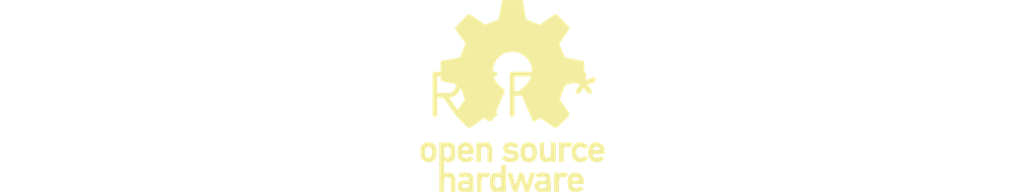
<source format=kicad_pcb>
(kicad_pcb (version 20240108) (generator pcbnew)
  (layers (0 "F.Cu" signal) (31 "B.Cu" signal) (34 "B.Paste" user) (35 "F.Paste" user) (36 "B.SilkS" user "B.Silkscreen") (37 "F.SilkS" user "F.Silkscreen") (38 "B.Mask" user) (39 "F.Mask" user) (44 "Edge.Cuts" user))
  (net 0 "")
  (footprint "OSHW-Logo_5.7x6mm_SilkScreen" (layer "F.Cu") (at 0 0)
    (property "Reference" "REF**")
    (property "Value" "OSHW-Logo_5.7x6mm_SilkScreen")
    (fp_poly (pts (xy 1.79946 1.45803) (xy 1.842711 1.471245) (xy 1.870558 1.487941) (xy 1.879629 1.501145) (xy 1.877132 1.516797) (xy 1.860931 1.541385) (xy 1.847232 1.5588) (xy 1.818992 1.590283) (xy 1.797775 1.603529) (xy 1.779688 1.602664) (xy 1.726035 1.58901) (xy 1.68663 1.58963) (xy 1.654632 1.605104) (xy 1.64389 1.614161) (xy 1.609505 1.646027) (xy 1.609505 2.062179) (xy 1.471188 2.062179) (xy 1.471188 1.458614) (xy 1.540347 1.458614) (xy 1.581869 1.460256) (xy 1.603291 1.466087) (xy 1.609502 1.477461) (xy 1.609505 1.477798) (xy 1.612439 1.489713) (xy 1.625704 1.488159) (xy 1.644084 1.479563) (xy 1.682046 1.463568) (xy 1.712872 1.453945) (xy 1.752536 1.451478) (xy 1.79946 1.45803)) (layer "F.SilkS") (stroke (width 0.01)) (fill solid))
    (fp_poly (pts (xy 1.635255 2.401486) (xy 1.683595 2.411015) (xy 1.711114 2.425125) (xy 1.740064 2.448568) (xy 1.698876 2.500571) (xy 1.673482 2.532064) (xy 1.656238 2.547428) (xy 1.639102 2.549776) (xy 1.614027 2.542217) (xy 1.602257 2.537941) (xy 1.55427 2.531631) (xy 1.510324 2.545156) (xy 1.47806 2.57571) (xy 1.472819 2.585452) (xy 1.467112 2.611258) (xy 1.462706 2.658817) (xy 1.459811 2.724758) (xy 1.458631 2.80571) (xy 1.458614 2.817226) (xy 1.458614 3.017822) (xy 1.320297 3.017822) (xy 1.320297 2.401683) (xy 1.389456 2.401683) (xy 1.429333 2.402725) (xy 1.450107 2.407358) (xy 1.457789 2.417849) (xy 1.458614 2.427745) (xy 1.458614 2.453806) (xy 1.491745 2.427745) (xy 1.529735 2.409965) (xy 1.58077 2.401174) (xy 1.635255 2.401486)) (layer "F.SilkS") (stroke (width 0.01)) (fill solid))
    (fp_poly (pts (xy -0.993356 2.40302) (xy -0.974539 2.40866) (xy -0.968473 2.421053) (xy -0.968218 2.426647) (xy -0.967129 2.44223) (xy -0.959632 2.444676) (xy -0.939381 2.433993) (xy -0.927351 2.426694) (xy -0.8894 2.411063) (xy -0.844072 2.403334) (xy -0.796544 2.40274) (xy -0.751995 2.408513) (xy -0.715602 2.419884) (xy -0.692543 2.436088) (xy -0.687996 2.456355) (xy -0.690291 2.461843) (xy -0.70702 2.484626) (xy -0.732963 2.512647) (xy -0.737655 2.517177) (xy -0.762383 2.538005) (xy -0.783718 2.544735) (xy -0.813555 2.540038) (xy -0.825508 2.536917) (xy -0.862705 2.529421) (xy -0.888859 2.532792) (xy -0.910946 2.544681) (xy -0.931178 2.560635) (xy -0.946079 2.5807) (xy -0.956434 2.608702) (xy -0.963029 2.648467) (xy -0.966649 2.703823) (xy -0.968078 2.778594) (xy -0.968218 2.82374) (xy -0.968218 3.017822) (xy -1.09396 3.017822) (xy -1.09396 2.401683) (xy -1.031089 2.401683) (xy -0.993356 2.40302)) (layer "F.SilkS") (stroke (width 0.01)) (fill solid))
    (fp_poly (pts (xy 0.993367 1.654342) (xy 0.994555 1.746563) (xy 0.998897 1.81661) (xy 1.007558 1.867381) (xy 1.021704 1.901772) (xy 1.0425 1.922679) (xy 1.07111 1.933) (xy 1.106535 1.935636) (xy 1.143636 1.932682) (xy 1.171818 1.921889) (xy 1.192243 1.90036) (xy 1.206079 1.865199) (xy 1.214491 1.81351) (xy 1.218643 1.742394) (xy 1.219703 1.654342) (xy 1.219703 1.458614) (xy 1.35802 1.458614) (xy 1.35802 2.062179) (xy 1.288862 2.062179) (xy 1.24717 2.060489) (xy 1.225701 2.054556) (xy 1.219703 2.043293) (xy 1.216091 2.033261) (xy 1.201714 2.035383) (xy 1.172736 2.04958) (xy 1.106319 2.07148) (xy 1.035875 2.069928) (xy 0.968377 2.046147) (xy 0.936233 2.027362) (xy 0.911715 2.007022) (xy 0.893804 1.981573) (xy 0.881479 1.947458) (xy 0.873723 1.901121) (xy 0.869516 1.839007) (xy 0.86784 1.757561) (xy 0.867624 1.694578) (xy 0.867624 1.458614) (xy 0.993367 1.458614) (xy 0.993367 1.654342)) (layer "F.SilkS") (stroke (width 0.01)) (fill solid))
    (fp_poly (pts (xy -0.754012 1.469002) (xy -0.722717 1.48395) (xy -0.692409 1.505541) (xy -0.669318 1.530391) (xy -0.6525 1.562087) (xy -0.641006 1.604214) (xy -0.633891 1.660358) (xy -0.630207 1.734106) (xy -0.629008 1.829044) (xy -0.628989 1.838985) (xy -0.628713 2.062179) (xy -0.76703 2.062179) (xy -0.76703 1.856418) (xy -0.767128 1.780189) (xy -0.767809 1.724939) (xy -0.769651 1.686501) (xy -0.773233 1.660706) (xy -0.779132 1.643384) (xy -0.787927 1.630368) (xy -0.80018 1.617507) (xy -0.843047 1.589873) (xy -0.889843 1.584745) (xy -0.934424 1.602217) (xy -0.949928 1.615221) (xy -0.96131 1.627447) (xy -0.969481 1.64054) (xy -0.974974 1.658615) (xy -0.97832 1.685787) (xy -0.980051 1.72617) (xy -0.980697 1.783879) (xy -0.980792 1.854132) (xy -0.980792 2.062179) (xy -1.119109 2.062179) (xy -1.119109 1.458614) (xy -1.04995 1.458614) (xy -1.008428 1.460256) (xy -0.987006 1.466087) (xy -0.980795 1.477461) (xy -0.980792 1.477798) (xy -0.97791 1.488938) (xy -0.965199 1.487674) (xy -0.939926 1.475434) (xy -0.882605 1.457424) (xy -0.817037 1.455421) (xy -0.754012 1.469002)) (layer "F.SilkS") (stroke (width 0.01)) (fill solid))
    (fp_poly (pts (xy 2.217226 1.46388) (xy 2.29008 1.49483) (xy 2.313027 1.509895) (xy 2.342354 1.533048) (xy 2.360764 1.551253) (xy 2.363961 1.557183) (xy 2.354935 1.57034) (xy 2.331837 1.592667) (xy 2.313344 1.60825) (xy 2.262728 1.648926) (xy 2.22276 1.615295) (xy 2.191874 1.593584) (xy 2.161759 1.58609) (xy 2.127292 1.58792) (xy 2.072561 1.601528) (xy 2.034886 1.629772) (xy 2.011991 1.675433) (xy 2.001597 1.741289) (xy 2.001595 1.741331) (xy 2.002494 1.814939) (xy 2.016463 1.868946) (xy 2.044328 1.905716) (xy 2.063325 1.918168) (xy 2.113776 1.933673) (xy 2.167663 1.933683) (xy 2.214546 1.918638) (xy 2.225644 1.911287) (xy 2.253476 1.892511) (xy 2.275236 1.889434) (xy 2.298704 1.903409) (xy 2.324649 1.92851) (xy 2.365716 1.97088) (xy 2.320121 2.008464) (xy 2.249674 2.050882) (xy 2.170233 2.071785) (xy 2.087215 2.070272) (xy 2.032694 2.056411) (xy 1.96897 2.022135) (xy 1.918005 1.968212) (xy 1.894851 1.930149) (xy 1.876099 1.875536) (xy 1.866715 1.806369) (xy 1.866643 1.731407) (xy 1.875824 1.659409) (xy 1.894199 1.599137) (xy 1.897093 1.592958) (xy 1.939952 1.532351) (xy 1.997979 1.488224) (xy 2.066591 1.461493) (xy 2.141201 1.453073) (xy 2.217226 1.46388)) (layer "F.SilkS") (stroke (width 0.01)) (fill solid))
    (fp_poly (pts (xy 0.610762 1.466055) (xy 0.674363 1.500692) (xy 0.724123 1.555372) (xy 0.747568 1.599842) (xy 0.757634 1.639121) (xy 0.764156 1.695116) (xy 0.766951 1.759621) (xy 0.765836 1.824429) (xy 0.760626 1.881334) (xy 0.754541 1.911727) (xy 0.734014 1.953306) (xy 0.698463 1.997468) (xy 0.655619 2.036087) (xy 0.613211 2.061034) (xy 0.612177 2.06143) (xy 0.559553 2.072331) (xy 0.497188 2.072601) (xy 0.437924 2.062676) (xy 0.41504 2.054722) (xy 0.356102 2.0213) (xy 0.31389 1.977511) (xy 0.286156 1.919538) (xy 0.270651 1.843565) (xy 0.267143 1.803771) (xy 0.26759 1.753766) (xy 0.402376 1.753766) (xy 0.406917 1.826732) (xy 0.419986 1.882334) (xy 0.440756 1.917861) (xy 0.455552 1.92802) (xy 0.493464 1.935104) (xy 0.538527 1.933007) (xy 0.577487 1.922812) (xy 0.587704 1.917204) (xy 0.614659 1.884538) (xy 0.632451 1.834545) (xy 0.640024 1.773705) (xy 0.636325 1.708497) (xy 0.628057 1.669253) (xy 0.60432 1.623805) (xy 0.566849 1.595396) (xy 0.52172 1.585573) (xy 0.475011 1.595887) (xy 0.439132 1.621112) (xy 0.420277 1.641925) (xy 0.409272 1.662439) (xy 0.404026 1.690203) (xy 0.402449 1.732762) (xy 0.402376 1.753766) (xy 0.26759 1.753766) (xy 0.268094 1.69758) (xy 0.285388 1.610501) (xy 0.319029 1.54253) (xy 0.369018 1.493664) (xy 0.435356 1.463899) (xy 0.449601 1.460448) (xy 0.53521 1.452345) (xy 0.610762 1.466055)) (layer "F.SilkS") (stroke (width 0.01)) (fill solid))
    (fp_poly (pts (xy 0.281524 2.404237) (xy 0.331255 2.407971) (xy 0.461291 2.797773) (xy 0.481678 2.728614) (xy 0.493946 2.685874) (xy 0.510085 2.628115) (xy 0.527512 2.564625) (xy 0.536726 2.53057) (xy 0.571388 2.401683) (xy 0.714391 2.401683) (xy 0.671646 2.536857) (xy 0.650596 2.603342) (xy 0.625167 2.683539) (xy 0.59861 2.767193) (xy 0.574902 2.841782) (xy 0.520902 3.011535) (xy 0.462598 3.015328) (xy 0.404295 3.019122) (xy 0.372679 2.914734) (xy 0.353182 2.849889) (xy 0.331904 2.7784) (xy 0.313308 2.715263) (xy 0.312574 2.71275) (xy 0.298684 2.669969) (xy 0.286429 2.640779) (xy 0.277846 2.629741) (xy 0.276082 2.631018) (xy 0.269891 2.64813) (xy 0.258128 2.684787) (xy 0.242225 2.736378) (xy 0.223614 2.798294) (xy 0.213543 2.832352) (xy 0.159007 3.017822) (xy 0.043264 3.017822) (xy -0.049263 2.725471) (xy -0.075256 2.643462) (xy -0.098934 2.568987) (xy -0.11918 2.505544) (xy -0.134874 2.456632) (xy -0.144898 2.425749) (xy -0.147945 2.416726) (xy -0.145533 2.407487) (xy -0.126592 2.403441) (xy -0.087177 2.403846) (xy -0.081007 2.404152) (xy -0.007914 2.407971) (xy 0.039957 2.58401) (xy 0.057553 2.648211) (xy 0.073277 2.704649) (xy 0.085746 2.748422) (xy 0.093574 2.77463) (xy 0.09502 2.778903) (xy 0.101014 2.77399) (xy 0.113101 2.748532) (xy 0.129893 2.705997) (xy 0.150003 2.64985) (xy 0.167003 2.59913) (xy 0.231794 2.400504) (xy 0.281524 2.404237)) (layer "F.SilkS") (stroke (width 0.01)) (fill solid))
    (fp_poly (pts (xy -2.538261 1.465148) (xy -2.472479 1.494231) (xy -2.42254 1.542793) (xy -2.388374 1.610908) (xy -2.369907 1.698651) (xy -2.368583 1.712351) (xy -2.367546 1.808939) (xy -2.380993 1.893602) (xy -2.408108 1.962221) (xy -2.422627 1.984294) (xy -2.473201 2.031011) (xy -2.537609 2.061268) (xy -2.609666 2.073824) (xy -2.683185 2.067439) (xy -2.739072 2.047772) (xy -2.787132 2.014629) (xy -2.826412 1.971175) (xy -2.827092 1.970158) (xy -2.843044 1.943338) (xy -2.85341 1.916368) (xy -2.859688 1.882332) (xy -2.863373 1.83431) (xy -2.864997 1.794931) (xy -2.865672 1.759219) (xy -2.739955 1.759219) (xy -2.738726 1.79477) (xy -2.734266 1.842094) (xy -2.726397 1.872465) (xy -2.712207 1.894072) (xy -2.698917 1.906694) (xy -2.651802 1.933122) (xy -2.602505 1.936653) (xy -2.556593 1.917639) (xy -2.533638 1.896331) (xy -2.517096 1.874859) (xy -2.507421 1.854313) (xy -2.503174 1.827574) (xy -2.50292 1.787523) (xy -2.504228 1.750638) (xy -2.507043 1.697947) (xy -2.511505 1.663772) (xy -2.519548 1.64148) (xy -2.533103 1.624442) (xy -2.543845 1.614703) (xy -2.588777 1.589123) (xy -2.637249 1.587847) (xy -2.677894 1.602999) (xy -2.712567 1.634642) (xy -2.733224 1.68662) (xy -2.739955 1.759219) (xy -2.865672 1.759219) (xy -2.866479 1.716621) (xy -2.863948 1.658056) (xy -2.856362 1.614007) (xy -2.842681 1.579248) (xy -2.821865 1.548551) (xy -2.814147 1.539436) (xy -2.765889 1.494021) (xy -2.714128 1.467493) (xy -2.650828 1.456379) (xy -2.619961 1.455471) (xy -2.538261 1.465148)) (layer "F.SilkS") (stroke (width 0.01)) (fill solid))
    (fp_poly (pts (xy -0.201188 3.017822) (xy -0.270346 3.017822) (xy -0.310488 3.016645) (xy -0.331394 3.011772) (xy -0.338922 3.001186) (xy -0.339505 2.994029) (xy -0.340774 2.979676) (xy -0.348779 2.976923) (xy -0.369815 2.985771) (xy -0.386173 2.994029) (xy -0.448977 3.013597) (xy -0.517248 3.014729) (xy -0.572752 3.000135) (xy -0.624438 2.964877) (xy -0.663838 2.912835) (xy -0.685413 2.85145) (xy -0.685962 2.848018) (xy -0.689167 2.810571) (xy -0.690761 2.756813) (xy -0.690633 2.716155) (xy -0.553279 2.716155) (xy -0.550097 2.770194) (xy -0.542859 2.814735) (xy -0.53306 2.839888) (xy -0.495989 2.87426) (xy -0.451974 2.886582) (xy -0.406584 2.876618) (xy -0.367797 2.846895) (xy -0.353108 2.826905) (xy -0.344519 2.80305) (xy -0.340496 2.76823) (xy -0.339505 2.71593) (xy -0.341278 2.664139) (xy -0.345963 2.618634) (xy -0.352603 2.588181) (xy -0.35371 2.585452) (xy -0.380491 2.553) (xy -0.419579 2.535183) (xy -0.463315 2.532306) (xy -0.504038 2.544674) (xy -0.534087 2.572593) (xy -0.537204 2.578148) (xy -0.546961 2.612022) (xy -0.552277 2.660728) (xy -0.553279 2.716155) (xy -0.690633 2.716155) (xy -0.690568 2.69554) (xy -0.689664 2.662563) (xy -0.683514 2.580981) (xy -0.670733 2.51973) (xy -0.649471 2.474449) (xy -0.617878 2.440779) (xy -0.587207 2.421014) (xy -0.544354 2.40712) (xy -0.491056 2.402354) (xy -0.43648 2.406236) (xy -0.389792 2.418282) (xy -0.365124 2.432693) (xy -0.339505 2.455878) (xy -0.339505 2.162773) (xy -0.201188 2.162773) (xy -0.201188 3.017822)) (layer "F.SilkS") (stroke (width 0.01)) (fill solid))
    (fp_poly (pts (xy 2.677898 1.456457) (xy 2.710096 1.464279) (xy 2.771825 1.492921) (xy 2.82461 1.536667) (xy 2.861141 1.589117) (xy 2.86616 1.600893) (xy 2.873045 1.63174) (xy 2.877864 1.677371) (xy 2.879505 1.723492) (xy 2.879505 1.810693) (xy 2.697178 1.810693) (xy 2.621979 1.810978) (xy 2.569003 1.812704) (xy 2.535325 1.817181) (xy 2.51802 1.82572) (xy 2.514163 1.83963) (xy 2.520829 1.860222) (xy 2.53277 1.884315) (xy 2.56608 1.924525) (xy 2.612368 1.944558) (xy 2.668944 1.943905) (xy 2.733031 1.922101) (xy 2.788417 1.895193) (xy 2.834375 1.931532) (xy 2.880333 1.967872) (xy 2.837096 2.007819) (xy 2.779374 2.045563) (xy 2.708386 2.06832) (xy 2.632029 2.074688) (xy 2.558199 2.063268) (xy 2.546287 2.059393) (xy 2.481399 2.025506) (xy 2.43313 1.974986) (xy 2.400465 1.906325) (xy 2.382385 1.818014) (xy 2.382175 1.816121) (xy 2.380556 1.719878) (xy 2.3871 1.685542) (xy 2.514852 1.685542) (xy 2.526584 1.690822) (xy 2.558438 1.694867) (xy 2.605397 1.697176) (xy 2.635154 1.697525) (xy 2.690648 1.697306) (xy 2.725346 1.695916) (xy 2.743601 1.692251) (xy 2.749766 1.68521) (xy 2.748195 1.67369) (xy 2.746878 1.669233) (xy 2.724382 1.627355) (xy 2.689003 1.593604) (xy 2.65778 1.578773) (xy 2.616301 1.579668) (xy 2.574269 1.598164) (xy 2.539012 1.628786) (xy 2.517854 1.666062) (xy 2.514852 1.685542) (xy 2.3871 1.685542) (xy 2.39669 1.635229) (xy 2.428698 1.564191) (xy 2.474701 1.508779) (xy 2.532821 1.471009) (xy 2.60118 1.452896) (xy 2.677898 1.456457)) (layer "F.SilkS") (stroke (width 0.01)) (fill solid))
    (fp_poly (pts (xy 0.014017 1.456452) (xy 0.061634 1.465482) (xy 0.111034 1.48437) (xy 0.116312 1.486777) (xy 0.153774 1.506476) (xy 0.179717 1.524781) (xy 0.188103 1.536508) (xy 0.180117 1.555632) (xy 0.16072 1.58385) (xy 0.15211 1.594384) (xy 0.116628 1.635847) (xy 0.070885 1.608858) (xy 0.02735 1.590878) (xy -0.02295 1.581267) (xy -0.071188 1.58066) (xy -0.108533 1.589691) (xy -0.117495 1.595327) (xy -0.134563 1.621171) (xy -0.136637 1.650941) (xy -0.123866 1.674197) (xy -0.116312 1.678708) (xy -0.093675 1.684309) (xy -0.053885 1.690892) (xy -0.004834 1.697183) (xy 0.004215 1.69817) (xy 0.082996 1.711798) (xy 0.140136 1.734946) (xy 0.17803 1.769752) (xy 0.199079 1.818354) (xy 0.205635 1.877718) (xy 0.196577 1.945198) (xy 0.167164 1.998188) (xy 0.117278 2.036783) (xy 0.0468 2.061081) (xy -0.031435 2.070667) (xy -0.095234 2.070552) (xy -0.146984 2.061845) (xy -0.182327 2.049825) (xy -0.226983 2.02888) (xy -0.268253 2.004574) (xy -0.282921 1.993876) (xy -0.320643 1.963084) (xy -0.275148 1.917049) (xy -0.229653 1.871013) (xy -0.177928 1.905243) (xy -0.126048 1.930952) (xy -0.070649 1.944399) (xy -0.017395 1.945818) (xy 0.028049 1.935443) (xy 0.060016 1.913507) (xy 0.070338 1.894998) (xy 0.068789 1.865314) (xy 0.04314 1.842615) (xy -0.00654 1.82694) (xy -0.060969 1.819695) (xy -0.144736 1.805873) (xy -0.206967 1.779796) (xy -0.248493 1.740699) (xy -0.270147 1.68782) (xy -0.273147 1.625126) (xy -0.258329 1.559642) (xy -0.224546 1.510144) (xy -0.171495 1.476408) (xy -0.098874 1.458207) (xy -0.045072 1.454639) (xy 0.014017 1.456452)) (layer "F.SilkS") (stroke (width 0.01)) (fill solid))
    (fp_poly (pts (xy 2.032581 2.40497) (xy 2.092685 2.420597) (xy 2.143021 2.452848) (xy 2.167393 2.47694) (xy 2.207345 2.533895) (xy 2.230242 2.599965) (xy 2.238108 2.681182) (xy 2.238148 2.687748) (xy 2.238218 2.753763) (xy 1.858264 2.753763) (xy 1.866363 2.788342) (xy 1.880987 2.819659) (xy 1.906581 2.852291) (xy 1.911935 2.8575) (xy 1.957943 2.885694) (xy 2.01041 2.890475) (xy 2.070803 2.871926) (xy 2.08104 2.866931) (xy 2.112439 2.851745) (xy 2.13347 2.843094) (xy 2.137139 2.842293) (xy 2.149948 2.850063) (xy 2.174378 2.869072) (xy 2.186779 2.87946) (xy 2.212476 2.903321) (xy 2.220915 2.919077) (xy 2.215058 2.933571) (xy 2.211928 2.937534) (xy 2.190725 2.954879) (xy 2.155738 2.975959) (xy 2.131337 2.988265) (xy 2.062072 3.009946) (xy 1.985388 3.016971) (xy 1.912765 3.008647) (xy 1.892426 3.002686) (xy 1.829476 2.968952) (xy 1.782815 2.917045) (xy 1.752173 2.846459) (xy 1.737282 2.756692) (xy 1.735647 2.709753) (xy 1.740421 2.641413) (xy 1.86099 2.641413) (xy 1.872652 2.646465) (xy 1.903998 2.650429) (xy 1.949571 2.652768) (xy 1.980446 2.653169) (xy 2.035981 2.652783) (xy 2.071033 2.650975) (xy 2.090262 2.646773) (xy 2.09833 2.639203) (xy 2.099901 2.628218) (xy 2.089121 2.594381) (xy 2.06198 2.56094) (xy 2.026277 2.535272) (xy 1.99056 2.524772) (xy 1.942048 2.534086) (xy 1.900053 2.561013) (xy 1.870936 2.599827) (xy 1.86099 2.641413) (xy 1.740421 2.641413) (xy 1.742599 2.610236) (xy 1.764055 2.530949) (xy 1.80047 2.471263) (xy 1.852297 2.430549) (xy 1.91999 2.408179) (xy 1.956662 2.403871) (xy 2.032581 2.40497)) (layer "F.SilkS") (stroke (width 0.01)) (fill solid))
    (fp_poly (pts (xy -1.356699 1.472614) (xy -1.344168 1.478514) (xy -1.300799 1.510283) (xy -1.25979 1.556646) (xy -1.229168 1.607696) (xy -1.220459 1.631166) (xy -1.212512 1.673091) (xy -1.207774 1.723757) (xy -1.207199 1.744679) (xy -1.207129 1.810693) (xy -1.587083 1.810693) (xy -1.578983 1.845273) (xy -1.559104 1.88617) (xy -1.524347 1.921514) (xy -1.482998 1.944282) (xy -1.456649 1.94901) (xy -1.420916 1.943273) (xy -1.378282 1.928882) (xy -1.363799 1.922262) (xy -1.31024 1.895513) (xy -1.264533 1.930376) (xy -1.238158 1.953955) (xy -1.224124 1.973417) (xy -1.223414 1.979129) (xy -1.235951 1.992973) (xy -1.263428 2.014012) (xy -1.288366 2.030425) (xy -1.355664 2.05993) (xy -1.43111 2.073284) (xy -1.505888 2.069812) (xy -1.565495 2.051663) (xy -1.626941 2.012784) (xy -1.670608 1.961595) (xy -1.697926 1.895367) (xy -1.710322 1.811371) (xy -1.711421 1.772936) (xy -1.707022 1.684861) (xy -1.706482 1.682299) (xy -1.580582 1.682299) (xy -1.577115 1.690558) (xy -1.562863 1.695113) (xy -1.53347 1.697065) (xy -1.484575 1.697517) (xy -1.465748 1.697525) (xy -1.408467 1.696843) (xy -1.372141 1.694364) (xy -1.352604 1.689443) (xy -1.34569 1.681434) (xy -1.345445 1.678862) (xy -1.353336 1.658423) (xy -1.373085 1.629789) (xy -1.381575 1.619763) (xy -1.413094 1.591408) (xy -1.445949 1.580259) (xy -1.463651 1.579327) (xy -1.511539 1.590981) (xy -1.551699 1.622285) (xy -1.577173 1.667752) (xy -1.577625 1.669233) (xy -1.580582 1.682299) (xy -1.706482 1.682299) (xy -1.692392 1.61551) (xy -1.666038 1.560025) (xy -1.633807 1.520639) (xy -1.574217 1.477931) (xy -1.504168 1.455109) (xy -1.429661 1.453046) (xy -1.356699 1.472614)) (layer "F.SilkS") (stroke (width 0.01)) (fill solid))
    (fp_poly (pts (xy 1.038411 2.405417) (xy 1.091411 2.41829) (xy 1.106731 2.42511) (xy 1.136428 2.442974) (xy 1.15922 2.463093) (xy 1.176083 2.488962) (xy 1.187998 2.524073) (xy 1.195942 2.57192) (xy 1.200894 2.635996) (xy 1.203831 2.719794) (xy 1.204947 2.775768) (xy 1.209052 3.017822) (xy 1.138932 3.017822) (xy 1.096393 3.016038) (xy 1.074476 3.009942) (xy 1.068812 2.999706) (xy 1.065821 2.988637) (xy 1.052451 2.990754) (xy 1.034233 2.999629) (xy 0.988624 3.013233) (xy 0.930007 3.016899) (xy 0.868354 3.010903) (xy 0.813638 2.995521) (xy 0.80873 2.993386) (xy 0.758723 2.958255) (xy 0.725756 2.909419) (xy 0.710587 2.852333) (xy 0.711746 2.831824) (xy 0.835508 2.831824) (xy 0.846413 2.859425) (xy 0.878745 2.879204) (xy 0.93091 2.889819) (xy 0.958787 2.891228) (xy 1.005247 2.88762) (xy 1.036129 2.873597) (xy 1.043664 2.866931) (xy 1.064076 2.830666) (xy 1.068812 2.797773) (xy 1.068812 2.753763) (xy 1.007513 2.753763) (xy 0.936256 2.757395) (xy 0.886276 2.768818) (xy 0.854696 2.788824) (xy 0.847626 2.797743) (xy 0.835508 2.831824) (xy 0.711746 2.831824) (xy 0.713971 2.792456) (xy 0.736663 2.735244) (xy 0.767624 2.69658) (xy 0.786376 2.679864) (xy 0.804733 2.668878) (xy 0.828619 2.66218) (xy 0.863957 2.658326) (xy 0.916669 2.655873) (xy 0.937577 2.655168) (xy 1.068812 2.650879) (xy 1.06862 2.611158) (xy 1.063537 2.569405) (xy 1.045162 2.544158) (xy 1.008039 2.52803) (xy 1.007043 2.527742) (xy 0.95441 2.5214) (xy 0.902906 2.529684) (xy 0.86463 2.549827) (xy 0.849272 2.559773) (xy 0.83273 2.558397) (xy 0.807275 2.543987) (xy 0.792328 2.533817) (xy 0.763091 2.512088) (xy 0.74498 2.4958) (xy 0.742074 2.491137) (xy 0.75404 2.467005) (xy 0.789396 2.438185) (xy 0.804753 2.428461) (xy 0.848901 2.411714) (xy 0.908398 2.402227) (xy 0.974487 2.400095) (xy 1.038411 2.405417)) (layer "F.SilkS") (stroke (width 0.01)) (fill solid))
    (fp_poly (pts (xy -1.38421 2.406555) (xy -1.325055 2.422339) (xy -1.280023 2.450948) (xy -1.248246 2.488419) (xy -1.238366 2.504411) (xy -1.231073 2.521163) (xy -1.225974 2.542592) (xy -1.222679 2.572616) (xy -1.220797 2.615154) (xy -1.219937 2.674122) (xy -1.219707 2.75344) (xy -1.219703 2.774484) (xy -1.219703 3.017822) (xy -1.280059 3.017822) (xy -1.318557 3.015126) (xy -1.347023 3.008295) (xy -1.354155 3.004083) (xy -1.373652 2.996813) (xy -1.393566 3.004083) (xy -1.426353 3.01316) (xy -1.473978 3.016813) (xy -1.526764 3.015228) (xy -1.575036 3.008589) (xy -1.603218 3.000072) (xy -1.657753 2.965063) (xy -1.691835 2.916479) (xy -1.707157 2.851882) (xy -1.707299 2.850223) (xy -1.705955 2.821566) (xy -1.584356 2.821566) (xy -1.573726 2.854161) (xy -1.55641 2.872505) (xy -1.521652 2.886379) (xy -1.475773 2.891917) (xy -1.428988 2.889191) (xy -1.391514 2.878274) (xy -1.381015 2.871269) (xy -1.362668 2.838904) (xy -1.35802 2.802111) (xy -1.35802 2.753763) (xy -1.427582 2.753763) (xy -1.493667 2.75885) (xy -1.543764 2.773263) (xy -1.574929 2.795729) (xy -1.584356 2.821566) (xy -1.705955 2.821566) (xy -1.703987 2.779647) (xy -1.68071 2.723845) (xy -1.636948 2.681647) (xy -1.630899 2.677808) (xy -1.604907 2.665309) (xy -1.572735 2.65774) (xy -1.52776 2.654061) (xy -1.474331 2.653216) (xy -1.35802 2.653169) (xy -1.35802 2.604411) (xy -1.362953 2.566581) (xy -1.375543 2.541236) (xy -1.377017 2.539887) (xy -1.405034 2.5288) (xy -1.447326 2.524503) (xy -1.494064 2.526615) (xy -1.535418 2.534756) (xy -1.559957 2.546965) (xy -1.573253 2.556746) (xy -1.587294 2.558613) (xy -1.606671 2.5506) (xy -1.635976 2.530739) (xy -1.679803 2.497063) (xy -1.683825 2.493909) (xy -1.681764 2.482236) (xy -1.664568 2.462822) (xy -1.638433 2.441248) (xy -1.609552 2.423096) (xy -1.600478 2.418809) (xy -1.56738 2.410256) (xy -1.51888 2.404155) (xy -1.464695 2.401708) (xy -1.462161 2.401703) (xy -1.38421 2.406555)) (layer "F.SilkS") (stroke (width 0.01)) (fill solid))
    (fp_poly (pts (xy -1.908759 1.469184) (xy -1.882247 1.482282) (xy -1.849553 1.505106) (xy -1.825725 1.529996) (xy -1.809406 1.561249) (xy -1.79924 1.603166) (xy -1.793872 1.660044) (xy -1.791944 1.736184) (xy -1.791831 1.768917) (xy -1.792161 1.840656) (xy -1.793527 1.891927) (xy -1.7965 1.927404) (xy -1.801649 1.951763) (xy -1.809543 1.96968) (xy -1.817757 1.981902) (xy -1.870187 2.033905) (xy -1.93193 2.065184) (xy -1.998536 2.074592) (xy -2.065558 2.06098) (xy -2.086792 2.051354) (xy -2.137624 2.024859) (xy -2.137624 2.440052) (xy -2.100525 2.420868) (xy -2.051643 2.406025) (xy -1.991561 2.402222) (xy -1.931564 2.409243) (xy -1.886256 2.425013) (xy -1.848675 2.455047) (xy -1.816564 2.498024) (xy -1.81415 2.502436) (xy -1.803967 2.523221) (xy -1.79653 2.54417) (xy -1.791411 2.569548) (xy -1.788181 2.603618) (xy -1.786413 2.650641) (xy -1.785677 2.714882) (xy -1.785544 2.787176) (xy -1.785544 3.017822) (xy -1.923861 3.017822) (xy -1.923861 2.592533) (xy -1.962549 2.559979) (xy -2.002738 2.53394) (xy -2.040797 2.529205) (xy -2.079066 2.541389) (xy -2.099462 2.55332) (xy -2.114642 2.570313) (xy -2.125438 2.595995) (xy -2.132683 2.633991) (xy -2.137208 2.687926) (xy -2.139844 2.761425) (xy -2.140772 2.810347) (xy -2.143911 3.011535) (xy -2.209926 3.015336) (xy -2.27594 3.019136) (xy -2.27594 1.77065) (xy -2.137624 1.77065) (xy -2.134097 1.840254) (xy -2.122215 1.888569) (xy -2.10002 1.918631) (xy -2.065559 1.933471) (xy -2.030742 1.936436) (xy -1.991329 1.933028) (xy -1.965171 1.919617) (xy -1.948814 1.901896) (xy -1.935937 1.882835) (xy -1.928272 1.861601) (xy -1.924861 1.831849) (xy -1.924749 1.787236) (xy -1.925897 1.74988) (xy -1.928532 1.693604) (xy -1.932456 1.656658) (xy -1.939063 1.633223) (xy -1.949749 1.61748) (xy -1.959833 1.60838) (xy -2.00197 1.588537) (xy -2.05184 1.585332) (xy -2.080476 1.592168) (xy -2.108828 1.616464) (xy -2.127609 1.663728) (xy -2.136712 1.733624) (xy -2.137624 1.77065) (xy -2.27594 1.77065) (xy -2.27594 1.458614) (xy -2.206782 1.458614) (xy -2.16526 1.460256) (xy -2.143838 1.466087) (xy -2.137626 1.477461) (xy -2.137624 1.477798) (xy -2.134742 1.488938) (xy -2.12203 1.487673) (xy -2.096757 1.475433) (xy -2.037869 1.456707) (xy -1.971615 1.454739) (xy -1.908759 1.469184)) (layer "F.SilkS") (stroke (width 0.01)) (fill solid))
    (fp_poly (pts (xy 0.376964 -2.709982) (xy 0.433812 -2.40843) (xy 0.853338 -2.235488) (xy 1.104984 -2.406605) (xy 1.175458 -2.45425) (xy 1.239163 -2.49679) (xy 1.293126 -2.532285) (xy 1.334373 -2.55879) (xy 1.359934 -2.574364) (xy 1.366895 -2.577722) (xy 1.379435 -2.569086) (xy 1.406231 -2.545208) (xy 1.44428 -2.509141) (xy 1.490579 -2.463933) (xy 1.542123 -2.412636) (xy 1.595909 -2.358299) (xy 1.648935 -2.303972) (xy 1.698195 -2.252705) (xy 1.740687 -2.207549) (xy 1.773407 -2.171554) (xy 1.793351 -2.14777) (xy 1.798119 -2.13981) (xy 1.791257 -2.125135) (xy 1.77202 -2.092986) (xy 1.74243 -2.046508) (xy 1.70451 -1.988844) (xy 1.660282 -1.92314) (xy 1.634654 -1.885664) (xy 1.587941 -1.817232) (xy 1.546432 -1.75548) (xy 1.51214 -1.703481) (xy 1.48708 -1.664308) (xy 1.473264 -1.641035) (xy 1.471188 -1.636145) (xy 1.475895 -1.622245) (xy 1.488723 -1.58985) (xy 1.507738 -1.543515) (xy 1.531003 -1.487794) (xy 1.556584 -1.427242) (xy 1.582545 -1.366414) (xy 1.60695 -1.309864) (xy 1.627863 -1.262148) (xy 1.643349 -1.227819) (xy 1.651472 -1.211432) (xy 1.651952 -1.210788) (xy 1.664707 -1.207659) (xy 1.698677 -1.200679) (xy 1.75034 -1.190533) (xy 1.816176 -1.177908) (xy 1.892664 -1.163491) (xy 1.93729 -1.155177) (xy 2.019021 -1.139616) (xy 2.092843 -1.124808) (xy 2.155021 -1.111564) (xy 2.201822 -1.100695) (xy 2.229509 -1.093011) (xy 2.235074 -1.090573) (xy 2.240526 -1.07407) (xy 2.244924 -1.0368) (xy 2.248272 -0.98312) (xy 2.250574 -0.917388) (xy 2.251832 -0.843963) (xy 2.252048 -0.767204) (xy 2.251227 -0.691468) (xy 2.249371 -0.621114) (xy 2.246482 -0.5605) (xy 2.242565 -0.513984) (xy 2.237622 -0.485925) (xy 2.234657 -0.480084) (xy 2.216934 -0.473083) (xy 2.179381 -0.463073) (xy 2.126964 -0.451231) (xy 2.064652 -0.438733) (xy 2.0429 -0.43469) (xy 1.938024 -0.41548) (xy 1.85518 -0.400009) (xy 1.79163 -0.387663) (xy 1.744637 -0.377827) (xy 1.711463 -0.369886) (xy 1.689371 -0.363224) (xy 1.675624 -0.357227) (xy 1.667484 -0.351281) (xy 1.666345 -0.350106) (xy 1.654977 -0.331174) (xy 1.637635 -0.294331) (xy 1.61605 -0.244087) (xy 1.591954 -0.184954) (xy 1.567079 -0.121444) (xy 1.543157 -0.058068) (xy 1.521919 0.000662) (xy 1.505097 0.050235) (xy 1.494422 0.086139) (xy 1.491627 0.103862) (xy 1.49186 0.104483) (xy 1.501331 0.11897) (xy 1.522818 0.150844) (xy 1.554063 0.196789) (xy 1.592807 0.253485) (xy 1.636793 0.317617) (xy 1.649319 0.335842) (xy 1.693984 0.401914) (xy 1.733288 0.4622) (xy 1.765088 0.513235) (xy 1.787245 0.55156) (xy 1.797617 0.573711) (xy 1.798119 0.576432) (xy 1.789405 0.590736) (xy 1.765325 0.619072) (xy 1.728976 0.658396) (xy 1.683453 0.705661) (xy 1.631852 0.757823) (xy 1.577267 0.811835) (xy 1.522794 0.864653) (xy 1.471529 0.913231) (xy 1.426567 0.954523) (xy 1.391004 0.985485) (xy 1.367935 1.00307) (xy 1.361554 1.005941) (xy 1.346699 0.999178) (xy 1.316286 0.980939) (xy 1.275268 0.954297) (xy 1.243709 0.932852) (xy 1.186525 0.893503) (xy 1.118806 0.847171) (xy 1.05088 0.800913) (xy 1.014361 0.776155) (xy 0.890752 0.692547) (xy 0.786991 0.74865) (xy 0.73972 0.773228) (xy 0.699523 0.792331) (xy 0.672326 0.803227) (xy 0.665402 0.804743) (xy 0.657077 0.793549) (xy 0.640654 0.761917) (xy 0.617357 0.712765) (xy 0.588414 0.64901) (xy 0.55505 0.573571) (xy 0.518491 0.489364) (xy 0.479964 0.399308) (xy 0.440694 0.306321) (xy 0.401908 0.21332) (xy 0.36483 0.123223) (xy 0.330689 0.038948) (xy 0.300708 -0.036587) (xy 0.276116 -0.100466) (xy 0.258136 -0.149769) (xy 0.247997 -0.181579) (xy 0.246366 -0.192504) (xy 0.259291 -0.206439) (xy 0.287589 -0.22906) (xy 0.325346 -0.255667) (xy 0.328515 -0.257772) (xy 0.4261 -0.335886) (xy 0.504786 -0.427018) (xy 0.563891 -0.528255) (xy 0.602732 -0.636682) (xy 0.620628 -0.749386) (xy 0.616897 -0.863452) (xy 0.590857 -0.975966) (xy 0.541825 -1.084015) (xy 0.5274 -1.107655) (xy 0.452369 -1.203113) (xy 0.36373 -1.279768) (xy 0.264549 -1.33722) (xy 0.157895 -1.375071) (xy 0.046836 -1.392922) (xy -0.065561 -1.390375) (xy -0.176227 -1.36703) (xy -0.282094 -1.32249) (xy -0.380095 -1.256355) (xy -0.41041 -1.229513) (xy -0.487562 -1.145488) (xy -0.543782 -1.057034) (xy -0.582347 -0.957885) (xy -0.603826 -0.859697) (xy -0.609128 -0.749303) (xy -0.591448 -0.63836) (xy -0.552581 -0.530619) (xy -0.494323 -0.429831) (xy -0.418469 -0.339744) (xy -0.326817 -0.264108) (xy -0.314772 -0.256136) (xy -0.276611 -0.230026) (xy -0.247601 -0.207405) (xy -0.233732 -0.192961) (xy -0.233531 -0.192504) (xy -0.236508 -0.176879) (xy -0.248311 -0.141418) (xy -0.267714 -0.089038) (xy -0.293488 -0.022655) (xy -0.324409 0.054814) (xy -0.359249 0.14045) (xy -0.396783 0.231337) (xy -0.435783 0.324559) (xy -0.475023 0.417197) (xy -0.513276 0.506335) (xy -0.549317 0.589055) (xy -0.581917 0.662441) (xy -0.609852 0.723575) (xy -0.631895 0.769541) (xy -0.646818 0.797421) (xy -0.652828 0.804743) (xy -0.671191 0.799041) (xy -0.705552 0.783749) (xy -0.749984 0.761599) (xy -0.774417 0.74865) (xy -0.878178 0.692547) (xy -1.001787 0.776155) (xy -1.064886 0.818987) (xy -1.13397 0.866122) (xy -1.198707 0.910503) (xy -1.231134 0.932852) (xy -1.276741 0.963477) (xy -1.31536 0.987747) (xy -1.341952 1.002587) (xy -1.35059 1.005724) (xy -1.363161 0.997261) (xy -1.390984 0.973636) (xy -1.431361 0.937302) (xy -1.481595 0.890711) (xy -1.538988 0.836317) (xy -1.575286 0.801392) (xy -1.63879 0.738996) (xy -1.693673 0.683188) (xy -1.737714 0.636354) (xy -1.768695 0.600882) (xy -1.784398 0.579161) (xy -1.785905 0.574752) (xy -1.778914 0.557985) (xy -1.759594 0.524082) (xy -1.730091 0.476476) (xy -1.692545 0.418599) (xy -1.6491 0.353884) (xy -1.636745 0.335842) (xy -1.591727 0.270267) (xy -1.55134 0.211228) (xy -1.51784 0.162042) (xy -1.493486 0.126028) (xy -1.480536 0.106502) (xy -1.479285 0.104483) (xy -1.481156 0.088922) (xy -1.491087 0.054709) (xy -1.507347 0.006355) (xy -1.528205 -0.051629) (xy -1.551927 -0.11473) (xy -1.576784 -0.178437) (xy -1.601042 -0.238239) (xy -1.622971 -0.289624) (xy -1.640838 -0.328081) (xy -1.652913 -0.349098) (xy -1.653771 -0.350106) (xy -1.661154 -0.356112) (xy -1.673625 -0.362052) (xy -1.69392 -0.36854) (xy -1.724778 -0.376191) (xy -1.768934 -0.38562) (xy -1.829126 -0.397441) (xy -1.908093 -0.412271) (xy -2.00857 -0.430723) (xy -2.030325 -0.43469) (xy -2.094802 -0.447147) (xy -2.151011 -0.459334) (xy -2.193987 -0.470074) (xy -2.21876 -0.478191) (xy -2.222082 -0.480084) (xy -2.227556 -0.496862) (xy -2.232006 -0.534355) (xy -2.235428 -0.588206) (xy -2.237819 -0.654056) (xy -2.239177 -0.727547) (xy -2.239499 -0.80432) (xy -2.238781 -0.880017) (xy -2.237021 -0.95028) (xy -2.234216 -1.01075) (xy -2.230362 -1.05707) (xy -2.225457 -1.084881) (xy -2.2225 -1.090573) (xy -2.206037 -1.096314) (xy -2.168551 -1.105655) (xy -2.113775 -1.117785) (xy -2.045445 -1.131893) (xy -1.967294 -1.14717) (xy -1.924716 -1.155177) (xy -1.843929 -1.170279) (xy -1.771887 -1.18396) (xy -1.712111 -1.195533) (xy -1.668121 -1.204313) (xy -1.643439 -1.209613) (xy -1.639377 -1.210788) (xy -1.632511 -1.224035) (xy -1.617998 -1.255943) (xy -1.597771 -1.301953) (xy -1.573766 -1.357508) (xy -1.547918 -1.418047) (xy -1.52216 -1.479014) (xy -1.498427 -1.535849) (xy -1.478654 -1.583994) (xy -1.464776 -1.61889) (xy -1.458726 -1.635979) (xy -1.458614 -1.636726) (xy -1.465472 -1.650207) (xy -1.484698 -1.68123) (xy -1.514272 -1.726711) (xy -1.552173 -1.783568) (xy -1.59638 -1.848717) (xy -1.622079 -1.886138) (xy -1.668907 -1.954753) (xy -1.710499 -2.017048) (xy -1.744825 -2.069871) (xy -1.769857 -2.110073) (xy -1.783565 -2.1345) (xy -1.785544 -2.139976) (xy -1.777034 -2.152722) (xy -1.753507 -2.179937) (xy -1.717968 -2.218572) (xy -1.673423 -2.265577) (xy -1.622877 -2.317905) (xy -1.569336 -2.372505) (xy -1.515805 -2.42633) (xy -1.465289 -2.47633) (xy -1.420794 -2.519457) (xy -1.385325 -2.552661) (xy -1.361887 -2.572894) (xy -1.354046 -2.577722) (xy -1.34128 -2.570933) (xy -1.310744 -2.551858) (xy -1.26541 -2.522439) (xy -1.208244 -2.484619) (xy -1.142216 -2.440339) (xy -1.09241 -2.406605) (xy -0.840764 -2.235488) (xy -0.631001 -2.321959) (xy -0.421237 -2.40843) (xy -0.364389 -2.709982) (xy -0.30754 -3.011534) (xy 0.320115 -3.011534) (xy 0.376964 -2.709982)) (layer "F.SilkS") (stroke (width 0.01)) (fill solid))
  )
)
</source>
